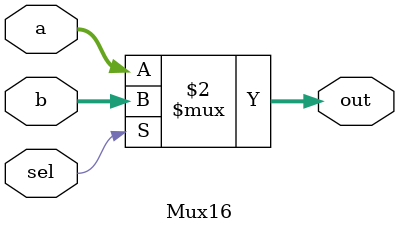
<source format=v>
module Mux16(a, b, sel, out);
    input  [15:0] a;
    input  [15:0] b;
    input         sel;
    output [15:0] out;

    assign out = (sel == 0) ? a : b;

endmodule
</source>
